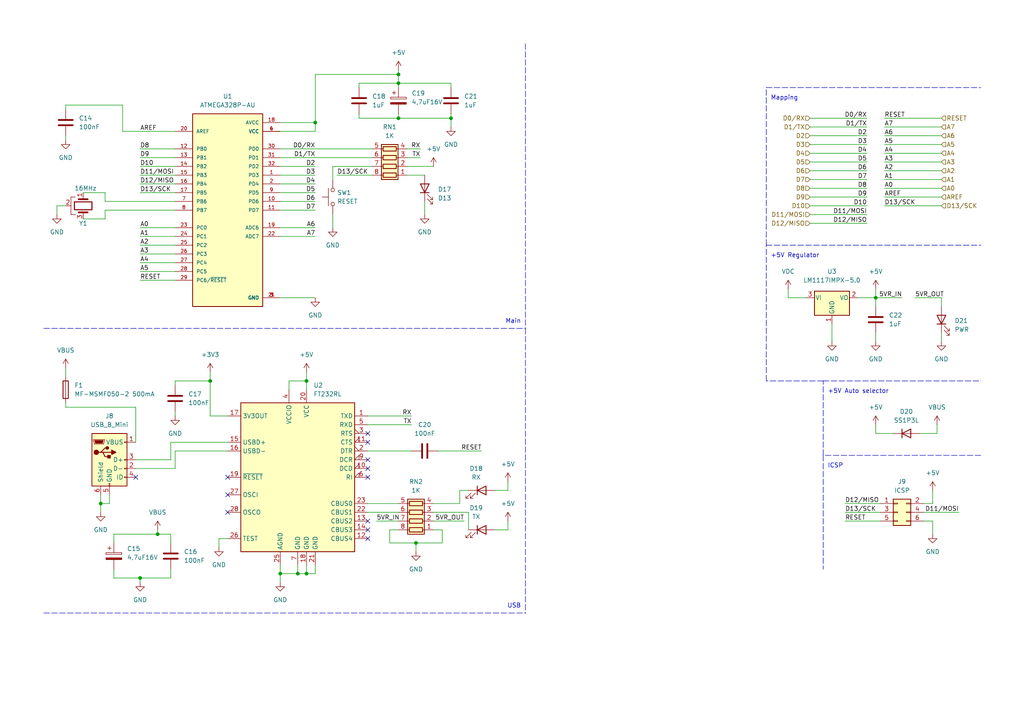
<source format=kicad_sch>
(kicad_sch (version 20211123) (generator eeschema)
  (paper "A4")
  (lib_symbols
    (symbol "Atmega232P_AU:ATMEGA328P-AU" (pin_names (offset 1.016))
      (property "Reference" "U" (at -10.1854 29.2608 0))
      (property "Value" "ATMEGA328P-AU" (at -10.16 -31.7754 0))
      (symbol "ATMEGA328P-AU_0_0"
        (rectangle (start -10.16 -27.94) (end 10.16 27.94) (stroke (width 0.254)) (fill (type background)))
        (pin bidirectional line (at 15.24 10.16 180) (length 5.08) (name "PD3") (number "1"))
        (pin bidirectional line (at 15.24 2.54 180) (length 5.08) (name "PD6") (number "10"))
        (pin bidirectional line (at 15.24 0 180) (length 5.08) (name "PD7") (number "11"))
        (pin bidirectional line (at -15.24 17.78 0) (length 5.08) (name "PB0") (number "12"))
        (pin bidirectional line (at -15.24 15.24 0) (length 5.08) (name "PB1") (number "13"))
        (pin bidirectional line (at -15.24 12.7 0) (length 5.08) (name "PB2") (number "14"))
        (pin bidirectional line (at -15.24 10.16 0) (length 5.08) (name "PB3") (number "15"))
        (pin bidirectional line (at -15.24 7.62 0) (length 5.08) (name "PB4") (number "16"))
        (pin bidirectional line (at -15.24 5.08 0) (length 5.08) (name "PB5") (number "17"))
        (pin power_in line (at 15.24 25.4 180) (length 5.08) (name "AVCC") (number "18"))
        (pin bidirectional line (at 15.24 -5.08 180) (length 5.08) (name "ADC6") (number "19"))
        (pin bidirectional line (at 15.24 7.62 180) (length 5.08) (name "PD4") (number "2"))
        (pin input line (at -15.24 22.86 0) (length 5.08) (name "AREF") (number "20"))
        (pin power_in line (at 15.24 -25.4 180) (length 5.08) (name "GND") (number "21"))
        (pin bidirectional line (at 15.24 -7.62 180) (length 5.08) (name "ADC7") (number "22"))
        (pin bidirectional line (at -15.24 -5.08 0) (length 5.08) (name "PC0") (number "23"))
        (pin bidirectional line (at -15.24 -7.62 0) (length 5.08) (name "PC1") (number "24"))
        (pin bidirectional line (at -15.24 -10.16 0) (length 5.08) (name "PC2") (number "25"))
        (pin bidirectional line (at -15.24 -12.7 0) (length 5.08) (name "PC3") (number "26"))
        (pin bidirectional line (at -15.24 -15.24 0) (length 5.08) (name "PC4") (number "27"))
        (pin bidirectional line (at -15.24 -17.78 0) (length 5.08) (name "PC5") (number "28"))
        (pin bidirectional line (at -15.24 -20.32 0) (length 5.08) (name "PC6/~{RESET}") (number "29"))
        (pin power_in line (at 15.24 -25.4 180) (length 5.08) (name "GND") (number "3"))
        (pin bidirectional line (at 15.24 17.78 180) (length 5.08) (name "PD0") (number "30"))
        (pin bidirectional line (at 15.24 15.24 180) (length 5.08) (name "PD1") (number "31"))
        (pin bidirectional line (at 15.24 12.7 180) (length 5.08) (name "PD2") (number "32"))
        (pin power_in line (at 15.24 22.86 180) (length 5.08) (name "VCC") (number "4"))
        (pin power_in line (at 15.24 -25.4 180) (length 5.08) (name "GND") (number "5"))
        (pin power_in line (at 15.24 22.86 180) (length 5.08) (name "VCC") (number "6"))
        (pin bidirectional line (at -15.24 2.54 0) (length 5.08) (name "PB6") (number "7"))
        (pin bidirectional line (at -15.24 0 0) (length 5.08) (name "PB7") (number "8"))
        (pin bidirectional line (at 15.24 5.08 180) (length 5.08) (name "PD5") (number "9"))
      )
    )
    (symbol "Connector:USB_B_Mini" (pin_names (offset 1.016))
      (property "Reference" "J" (at -5.08 11.43 0))
      (property "Value" "USB_B_Mini" (at -5.08 8.89 0))
      (symbol "USB_B_Mini_0_1"
        (rectangle (start -5.08 -7.62) (end 5.08 7.62) (stroke (width 0.254)) (fill (type background)))
        (circle (center -3.81 2.159) (radius 0.635) (stroke (width 0.254)) (fill (type outline)))
        (circle (center -0.635 3.429) (radius 0.381) (stroke (width 0.254)) (fill (type outline)))
        (rectangle (start -0.127 -7.62) (end 0.127 -6.858))
        (polyline (pts (xy -1.905 2.159) (xy 0.635 2.159)) (stroke (width 0.254)))
        (polyline (pts (xy -3.175 2.159) (xy -2.54 2.159) (xy -1.27 3.429) (xy -0.635 3.429)) (stroke (width 0.254)))
        (polyline (pts (xy -2.54 2.159) (xy -1.905 2.159) (xy -1.27 0.889) (xy 0 0.889)) (stroke (width 0.254)))
        (polyline (pts (xy 0.635 2.794) (xy 0.635 1.524) (xy 1.905 2.159) (xy 0.635 2.794)) (stroke (width 0.254)) (fill (type outline)))
        (polyline (pts (xy -4.318 5.588) (xy -1.778 5.588) (xy -2.032 4.826) (xy -4.064 4.826) (xy -4.318 5.588)) (fill (type outline)))
        (polyline (pts (xy -4.699 5.842) (xy -4.699 5.588) (xy -4.445 4.826) (xy -4.445 4.572) (xy -1.651 4.572) (xy -1.651 4.826) (xy -1.397 5.588) (xy -1.397 5.842) (xy -4.699 5.842)))
        (rectangle (start 0.254 1.27) (end -0.508 0.508) (stroke (width 0.254)) (fill (type outline)))
        (rectangle (start 5.08 -5.207) (end 4.318 -4.953))
        (rectangle (start 5.08 -2.667) (end 4.318 -2.413))
        (rectangle (start 5.08 -0.127) (end 4.318 0.127))
        (rectangle (start 5.08 4.953) (end 4.318 5.207))
      )
      (symbol "USB_B_Mini_1_1"
        (pin power_out line (at 7.62 5.08 180) (length 2.54) (name "VBUS") (number "1"))
        (pin bidirectional line (at 7.62 -2.54 180) (length 2.54) (name "D-") (number "2"))
        (pin bidirectional line (at 7.62 0 180) (length 2.54) (name "D+") (number "3"))
        (pin passive line (at 7.62 -5.08 180) (length 2.54) (name "ID") (number "4"))
        (pin power_out line (at 0 -10.16 90) (length 2.54) (name "GND") (number "5"))
        (pin passive line (at -2.54 -10.16 90) (length 2.54) (name "Shield") (number "6"))
      )
    )
    (symbol "Connector_Generic:Conn_02x03_Odd_Even" (pin_names (offset 1.016) hide)
      (property "Reference" "J" (at 1.27 5.08 0))
      (property "Value" "Conn_02x03_Odd_Even" (at 1.27 -5.08 0))
      (symbol "Conn_02x03_Odd_Even_1_1"
        (rectangle (start -1.27 -2.413) (end 0 -2.667) (stroke (width 0.1524)))
        (rectangle (start -1.27 0.127) (end 0 -0.127) (stroke (width 0.1524)))
        (rectangle (start -1.27 2.667) (end 0 2.413) (stroke (width 0.1524)))
        (rectangle (start -1.27 3.81) (end 3.81 -3.81) (stroke (width 0.254)) (fill (type background)))
        (rectangle (start 3.81 -2.413) (end 2.54 -2.667) (stroke (width 0.1524)))
        (rectangle (start 3.81 0.127) (end 2.54 -0.127) (stroke (width 0.1524)))
        (rectangle (start 3.81 2.667) (end 2.54 2.413) (stroke (width 0.1524)))
        (pin passive line (at -5.08 2.54 0) (length 3.81) (name "Pin_1") (number "1"))
        (pin passive line (at 7.62 2.54 180) (length 3.81) (name "Pin_2") (number "2"))
        (pin passive line (at -5.08 0 0) (length 3.81) (name "Pin_3") (number "3"))
        (pin passive line (at 7.62 0 180) (length 3.81) (name "Pin_4") (number "4"))
        (pin passive line (at -5.08 -2.54 0) (length 3.81) (name "Pin_5") (number "5"))
        (pin passive line (at 7.62 -2.54 180) (length 3.81) (name "Pin_6") (number "6"))
      )
    )
    (symbol "Device:C" (pin_numbers hide) (pin_names (offset 0.254))
      (property "Reference" "C" (at 0.635 2.54 0))
      (property "Value" "C" (at 0.635 -2.54 0))
      (symbol "C_0_1"
        (polyline (pts (xy -2.032 -0.762) (xy 2.032 -0.762)) (stroke (width 0.508)))
        (polyline (pts (xy -2.032 0.762) (xy 2.032 0.762)) (stroke (width 0.508)))
      )
      (symbol "C_1_1"
        (pin passive line (at 0 3.81 270) (length 2.794) (name "~") (number "1"))
        (pin passive line (at 0 -3.81 90) (length 2.794) (name "~") (number "2"))
      )
    )
    (symbol "Device:C_Polarized" (pin_numbers hide) (pin_names (offset 0.254))
      (property "Reference" "C" (at 0.635 2.54 0))
      (property "Value" "C_Polarized" (at 0.635 -2.54 0))
      (symbol "C_Polarized_0_1"
        (rectangle (start -2.286 0.508) (end 2.286 1.016))
        (polyline (pts (xy -1.778 2.286) (xy -0.762 2.286)))
        (polyline (pts (xy -1.27 2.794) (xy -1.27 1.778)))
        (rectangle (start 2.286 -0.508) (end -2.286 -1.016) (fill (type outline)))
      )
      (symbol "C_Polarized_1_1"
        (pin passive line (at 0 3.81 270) (length 2.794) (name "~") (number "1"))
        (pin passive line (at 0 -3.81 90) (length 2.794) (name "~") (number "2"))
      )
    )
    (symbol "Device:Crystal_GND2" (pin_names (offset 1.016) hide)
      (property "Reference" "Y" (at 0 5.715 0))
      (property "Value" "Crystal_GND2" (at 0 3.81 0))
      (symbol "Crystal_GND2_0_1"
        (rectangle (start -1.143 2.54) (end 1.143 -2.54) (stroke (width 0.3048)))
        (polyline (pts (xy -2.54 0) (xy -1.905 0)))
        (polyline (pts (xy -1.905 -1.27) (xy -1.905 1.27)) (stroke (width 0.508)))
        (polyline (pts (xy 0 -3.81) (xy 0 -3.556)))
        (polyline (pts (xy 1.905 0) (xy 2.54 0)))
        (polyline (pts (xy 1.905 1.27) (xy 1.905 -1.27)) (stroke (width 0.508)))
        (polyline (pts (xy -2.54 -2.286) (xy -2.54 -3.556) (xy 2.54 -3.556) (xy 2.54 -2.286)))
      )
      (symbol "Crystal_GND2_1_1"
        (pin passive line (at -3.81 0 0) (length 1.27) (name "1") (number "1"))
        (pin passive line (at 0 -5.08 90) (length 1.27) (name "2") (number "2"))
        (pin passive line (at 3.81 0 180) (length 1.27) (name "3") (number "3"))
      )
    )
    (symbol "Device:D" (pin_numbers hide) (pin_names (offset 1.016) hide)
      (property "Reference" "D" (at 0 2.54 0))
      (property "Value" "D" (at 0 -2.54 0))
      (symbol "D_0_1"
        (polyline (pts (xy -1.27 1.27) (xy -1.27 -1.27)) (stroke (width 0.254)))
        (polyline (pts (xy 1.27 0) (xy -1.27 0)))
        (polyline (pts (xy 1.27 1.27) (xy 1.27 -1.27) (xy -1.27 0) (xy 1.27 1.27)) (stroke (width 0.254)))
      )
      (symbol "D_1_1"
        (pin passive line (at -3.81 0 0) (length 2.54) (name "K") (number "1"))
        (pin passive line (at 3.81 0 180) (length 2.54) (name "A") (number "2"))
      )
    )
    (symbol "Device:Fuse" (pin_numbers hide) (pin_names (offset 0))
      (property "Reference" "F" (at 2.032 0 90))
      (property "Value" "Fuse" (at -1.905 0 90))
      (symbol "Fuse_0_1"
        (rectangle (start -0.762 -2.54) (end 0.762 2.54) (stroke (width 0.254)))
        (polyline (pts (xy 0 2.54) (xy 0 -2.54)))
      )
      (symbol "Fuse_1_1"
        (pin passive line (at 0 3.81 270) (length 1.27) (name "~") (number "1"))
        (pin passive line (at 0 -3.81 90) (length 1.27) (name "~") (number "2"))
      )
    )
    (symbol "Device:LED" (pin_numbers hide) (pin_names (offset 1.016) hide)
      (property "Reference" "D" (at 0 2.54 0))
      (property "Value" "LED" (at 0 -2.54 0))
      (symbol "LED_0_1"
        (polyline (pts (xy -1.27 -1.27) (xy -1.27 1.27)) (stroke (width 0.254)))
        (polyline (pts (xy -1.27 0) (xy 1.27 0)))
        (polyline (pts (xy 1.27 -1.27) (xy 1.27 1.27) (xy -1.27 0) (xy 1.27 -1.27)) (stroke (width 0.254)))
        (polyline (pts (xy -3.048 -0.762) (xy -4.572 -2.286) (xy -3.81 -2.286) (xy -4.572 -2.286) (xy -4.572 -1.524)))
        (polyline (pts (xy -1.778 -0.762) (xy -3.302 -2.286) (xy -2.54 -2.286) (xy -3.302 -2.286) (xy -3.302 -1.524)))
      )
      (symbol "LED_1_1"
        (pin passive line (at -3.81 0 0) (length 2.54) (name "K") (number "1"))
        (pin passive line (at 3.81 0 180) (length 2.54) (name "A") (number "2"))
      )
    )
    (symbol "Device:R_Pack04" (pin_names (offset 0) hide)
      (property "Reference" "RN" (at -7.62 0 90))
      (property "Value" "R_Pack04" (at 5.08 0 90))
      (symbol "R_Pack04_0_1"
        (rectangle (start -6.35 -2.413) (end 3.81 2.413) (stroke (width 0.254)) (fill (type background)))
        (rectangle (start -5.715 1.905) (end -4.445 -1.905) (stroke (width 0.254)))
        (rectangle (start -3.175 1.905) (end -1.905 -1.905) (stroke (width 0.254)))
        (rectangle (start -0.635 1.905) (end 0.635 -1.905) (stroke (width 0.254)))
        (polyline (pts (xy -5.08 -2.54) (xy -5.08 -1.905)))
        (polyline (pts (xy -5.08 1.905) (xy -5.08 2.54)))
        (polyline (pts (xy -2.54 -2.54) (xy -2.54 -1.905)))
        (polyline (pts (xy -2.54 1.905) (xy -2.54 2.54)))
        (polyline (pts (xy 0 -2.54) (xy 0 -1.905)))
        (polyline (pts (xy 0 1.905) (xy 0 2.54)))
        (polyline (pts (xy 2.54 -2.54) (xy 2.54 -1.905)))
        (polyline (pts (xy 2.54 1.905) (xy 2.54 2.54)))
        (rectangle (start 1.905 1.905) (end 3.175 -1.905) (stroke (width 0.254)))
      )
      (symbol "R_Pack04_1_1"
        (pin passive line (at -5.08 -5.08 90) (length 2.54) (name "R1.1") (number "1"))
        (pin passive line (at -2.54 -5.08 90) (length 2.54) (name "R2.1") (number "2"))
        (pin passive line (at 0 -5.08 90) (length 2.54) (name "R3.1") (number "3"))
        (pin passive line (at 2.54 -5.08 90) (length 2.54) (name "R4.1") (number "4"))
        (pin passive line (at 2.54 5.08 270) (length 2.54) (name "R4.2") (number "5"))
        (pin passive line (at 0 5.08 270) (length 2.54) (name "R3.2") (number "6"))
        (pin passive line (at -2.54 5.08 270) (length 2.54) (name "R2.2") (number "7"))
        (pin passive line (at -5.08 5.08 270) (length 2.54) (name "R1.2") (number "8"))
      )
    )
    (symbol "Interface_USB:FT232RL"
      (property "Reference" "U" (at -16.51 22.86 0))
      (property "Value" "FT232RL" (at 10.16 22.86 0))
      (symbol "FT232RL_0_1"
        (rectangle (start -16.51 21.59) (end 16.51 -21.59) (stroke (width 0.254)) (fill (type background)))
      )
      (symbol "FT232RL_1_1"
        (pin output line (at 20.32 17.78 180) (length 3.81) (name "TXD") (number "1"))
        (pin input input_low (at 20.32 2.54 180) (length 3.81) (name "DCD") (number "10"))
        (pin input input_low (at 20.32 10.16 180) (length 3.81) (name "CTS") (number "11"))
        (pin bidirectional line (at 20.32 -17.78 180) (length 3.81) (name "CBUS4") (number "12"))
        (pin bidirectional line (at 20.32 -12.7 180) (length 3.81) (name "CBUS2") (number "13"))
        (pin bidirectional line (at 20.32 -15.24 180) (length 3.81) (name "CBUS3") (number "14"))
        (pin bidirectional line (at -20.32 10.16 0) (length 3.81) (name "USBD+") (number "15"))
        (pin bidirectional line (at -20.32 7.62 0) (length 3.81) (name "USBD-") (number "16"))
        (pin power_out line (at -20.32 17.78 0) (length 3.81) (name "3V3OUT") (number "17"))
        (pin power_in line (at 2.54 -25.4 90) (length 3.81) (name "GND") (number "18"))
        (pin input line (at -20.32 0 0) (length 3.81) (name "~{RESET}") (number "19"))
        (pin output output_low (at 20.32 7.62 180) (length 3.81) (name "DTR") (number "2"))
        (pin power_in line (at 2.54 25.4 270) (length 3.81) (name "VCC") (number "20"))
        (pin power_in line (at 5.08 -25.4 90) (length 3.81) (name "GND") (number "21"))
        (pin bidirectional line (at 20.32 -10.16 180) (length 3.81) (name "CBUS1") (number "22"))
        (pin bidirectional line (at 20.32 -7.62 180) (length 3.81) (name "CBUS0") (number "23"))
        (pin power_in line (at -5.08 -25.4 90) (length 3.81) (name "AGND") (number "25"))
        (pin input line (at -20.32 -17.78 0) (length 3.81) (name "TEST") (number "26"))
        (pin input line (at -20.32 -5.08 0) (length 3.81) (name "OSCI") (number "27"))
        (pin output line (at -20.32 -10.16 0) (length 3.81) (name "OSCO") (number "28"))
        (pin output output_low (at 20.32 12.7 180) (length 3.81) (name "RTS") (number "3"))
        (pin power_in line (at -2.54 25.4 270) (length 3.81) (name "VCCIO") (number "4"))
        (pin input line (at 20.32 15.24 180) (length 3.81) (name "RXD") (number "5"))
        (pin input input_low (at 20.32 0 180) (length 3.81) (name "RI") (number "6"))
        (pin power_in line (at 0 -25.4 90) (length 3.81) (name "GND") (number "7"))
        (pin input input_low (at 20.32 5.08 180) (length 3.81) (name "DCR") (number "9"))
      )
    )
    (symbol "Regulator_Linear:LM1117-1.8" (pin_names (offset 0.254))
      (property "Reference" "U" (at -3.81 3.175 0))
      (property "Value" "LM1117-1.8" (at 0 3.175 0))
      (symbol "LM1117-1.8_0_1"
        (rectangle (start -5.08 -5.08) (end 5.08 1.905) (stroke (width 0.254)) (fill (type background)))
      )
      (symbol "LM1117-1.8_1_1"
        (pin power_in line (at 0 -7.62 90) (length 2.54) (name "GND") (number "1"))
        (pin power_out line (at 7.62 0 180) (length 2.54) (name "VO") (number "2"))
        (pin power_in line (at -7.62 0 0) (length 2.54) (name "VI") (number "3"))
      )
    )
    (symbol "Switch:SW_Push" (pin_numbers hide) (pin_names (offset 1.016) hide)
      (property "Reference" "SW" (at 1.27 2.54 0))
      (property "Value" "SW_Push" (at 0 -1.524 0))
      (symbol "SW_Push_0_1"
        (circle (center -2.032 0) (radius 0.508))
        (polyline (pts (xy 0 1.27) (xy 0 3.048)))
        (polyline (pts (xy 2.54 1.27) (xy -2.54 1.27)))
        (circle (center 2.032 0) (radius 0.508))
        (pin passive line (at -5.08 0 0) (length 2.54) (name "1") (number "1"))
        (pin passive line (at 5.08 0 180) (length 2.54) (name "2") (number "2"))
      )
    )
    (symbol "power:+3.3V" (power) (pin_names (offset 0))
      (property "Value" "+3.3V" (at 0 3.556 0))
      (symbol "+3.3V_0_1"
        (polyline (pts (xy -0.762 1.27) (xy 0 2.54)))
        (polyline (pts (xy 0 0) (xy 0 2.54)))
        (polyline (pts (xy 0 2.54) (xy 0.762 1.27)))
      )
      (symbol "+3.3V_1_1"
        (pin power_in line (at 0 0 90) (length 0) hide (name "+3V3") (number "1"))
      )
    )
    (symbol "power:+5V" (power) (pin_names (offset 0))
      (property "Value" "+5V" (at 0 3.556 0))
      (symbol "+5V_0_1"
        (polyline (pts (xy -0.762 1.27) (xy 0 2.54)))
        (polyline (pts (xy 0 0) (xy 0 2.54)))
        (polyline (pts (xy 0 2.54) (xy 0.762 1.27)))
      )
      (symbol "+5V_1_1"
        (pin power_in line (at 0 0 90) (length 0) hide (name "+5V") (number "1"))
      )
    )
    (symbol "power:GND" (power) (pin_names (offset 0))
      (property "Value" "GND" (at 0 -3.81 0))
      (symbol "GND_0_1"
        (polyline (pts (xy 0 0) (xy 0 -1.27) (xy 1.27 -1.27) (xy 0 -2.54) (xy -1.27 -1.27) (xy 0 -1.27)))
      )
      (symbol "GND_1_1"
        (pin power_in line (at 0 0 270) (length 0) hide (name "GND") (number "1"))
      )
    )
    (symbol "power:VBUS" (power) (pin_names (offset 0))
      (property "Value" "VBUS" (at 0 3.81 0))
      (symbol "VBUS_0_1"
        (polyline (pts (xy -0.762 1.27) (xy 0 2.54)))
        (polyline (pts (xy 0 0) (xy 0 2.54)))
        (polyline (pts (xy 0 2.54) (xy 0.762 1.27)))
      )
      (symbol "VBUS_1_1"
        (pin power_in line (at 0 0 90) (length 0) hide (name "VBUS") (number "1"))
      )
    )
    (symbol "power:VDC" (power) (pin_names (offset 0))
      (property "Value" "VDC" (at 0 6.35 0))
      (symbol "VDC_0_1"
        (polyline (pts (xy -0.762 1.27) (xy 0 2.54)))
        (polyline (pts (xy 0 0) (xy 0 2.54)))
        (polyline (pts (xy 0 2.54) (xy 0.762 1.27)))
      )
      (symbol "VDC_1_1"
        (pin power_in line (at 0 0 90) (length 0) hide (name "VDC") (number "1"))
      )
    )
  )
  (junction (at 120.65 157.48))
  (junction (at 81.28 166.37))
  (junction (at 45.72 154.94))
  (junction (at 40.64 167.64))
  (junction (at 91.44 35.56))
  (junction (at 254 86.36))
  (junction (at 115.57 34.29))
  (junction (at 115.57 21.59))
  (junction (at 130.81 34.29))
  (junction (at 29.21 146.05))
  (junction (at 88.9 166.37))
  (junction (at 86.36 166.37))
  (junction (at 60.96 110.49))
  (junction (at 115.57 24.13))
  (junction (at 88.9 110.49))
  (no_connect (at 106.68 133.35))
  (no_connect (at 39.37 138.43))
  (no_connect (at 106.68 138.43))
  (no_connect (at 66.04 138.43))
  (no_connect (at 106.68 151.13))
  (no_connect (at 106.68 135.89))
  (no_connect (at 106.68 153.67))
  (no_connect (at 106.68 156.21))
  (no_connect (at 106.68 128.27))
  (no_connect (at 66.04 143.51))
  (no_connect (at 66.04 148.59))
  (no_connect (at 106.68 125.73))
  (wire (pts (xy 81.28 48.26) (xy 91.44 48.26)))
  (wire (pts (xy 234.95 41.91) (xy 251.46 41.91)))
  (wire (pts (xy 256.54 41.91) (xy 273.05 41.91)))
  (wire (pts (xy 81.28 166.37) (xy 81.28 168.91)))
  (wire (pts (xy 39.37 128.27) (xy 39.37 118.11)))
  (wire (pts (xy 29.21 143.51) (xy 29.21 146.05)))
  (polyline (pts (xy 238.76 132.08) (xy 238.76 165.1)))
  (wire (pts (xy 271.78 125.73) (xy 266.7 125.73)))
  (wire (pts (xy 256.54 59.69) (xy 273.05 59.69)))
  (wire (pts (xy 115.57 20.32) (xy 115.57 21.59)))
  (wire (pts (xy 254 125.73) (xy 259.08 125.73)))
  (wire (pts (xy 50.8 110.49) (xy 60.96 110.49)))
  (wire (pts (xy 256.54 44.45) (xy 273.05 44.45)))
  (wire (pts (xy 49.53 128.27) (xy 49.53 133.35)))
  (wire (pts (xy 45.72 154.94) (xy 49.53 154.94)))
  (wire (pts (xy 234.95 64.77) (xy 251.46 64.77)))
  (wire (pts (xy 256.54 52.07) (xy 273.05 52.07)))
  (wire (pts (xy 35.56 38.1) (xy 35.56 30.48)))
  (wire (pts (xy 267.97 148.59) (xy 278.13 148.59)))
  (wire (pts (xy 81.28 50.8) (xy 91.44 50.8)))
  (wire (pts (xy 86.36 163.83) (xy 86.36 166.37)))
  (wire (pts (xy 40.64 48.26) (xy 50.8 48.26)))
  (polyline (pts (xy 222.25 71.12) (xy 222.25 25.4)))
  (wire (pts (xy 256.54 39.37) (xy 273.05 39.37)))
  (wire (pts (xy 143.51 142.24) (xy 147.32 142.24)))
  (wire (pts (xy 40.64 81.28) (xy 50.8 81.28)))
  (wire (pts (xy 130.81 36.83) (xy 130.81 34.29)))
  (wire (pts (xy 106.68 146.05) (xy 115.57 146.05)))
  (polyline (pts (xy 152.4 12.7) (xy 152.4 95.25)))
  (polyline (pts (xy 12.7 177.8) (xy 152.4 177.8)))
  (wire (pts (xy 127 130.81) (xy 139.7 130.81)))
  (wire (pts (xy 91.44 35.56) (xy 91.44 38.1)))
  (wire (pts (xy 254 86.36) (xy 261.62 86.36)))
  (wire (pts (xy 248.92 86.36) (xy 254 86.36)))
  (wire (pts (xy 81.28 163.83) (xy 81.28 166.37)))
  (wire (pts (xy 270.51 151.13) (xy 270.51 154.94)))
  (wire (pts (xy 24.13 55.88) (xy 30.48 55.88)))
  (wire (pts (xy 30.48 63.5) (xy 30.48 60.96)))
  (wire (pts (xy 254 83.82) (xy 254 86.36)))
  (wire (pts (xy 133.35 142.24) (xy 135.89 142.24)))
  (wire (pts (xy 234.95 44.45) (xy 251.46 44.45)))
  (wire (pts (xy 24.13 63.5) (xy 30.48 63.5)))
  (wire (pts (xy 143.51 153.67) (xy 147.32 153.67)))
  (wire (pts (xy 118.11 45.72) (xy 121.92 45.72)))
  (wire (pts (xy 273.05 96.52) (xy 273.05 99.06)))
  (wire (pts (xy 81.28 68.58) (xy 91.44 68.58)))
  (wire (pts (xy 113.03 153.67) (xy 113.03 157.48)))
  (wire (pts (xy 88.9 110.49) (xy 88.9 113.03)))
  (wire (pts (xy 245.11 148.59) (xy 255.27 148.59)))
  (wire (pts (xy 228.6 86.36) (xy 233.68 86.36)))
  (wire (pts (xy 19.05 31.75) (xy 19.05 30.48)))
  (wire (pts (xy 234.95 36.83) (xy 251.46 36.83)))
  (wire (pts (xy 60.96 107.95) (xy 60.96 110.49)))
  (wire (pts (xy 256.54 46.99) (xy 273.05 46.99)))
  (polyline (pts (xy 12.7 95.25) (xy 152.4 95.25)))
  (wire (pts (xy 49.53 167.64) (xy 40.64 167.64)))
  (wire (pts (xy 49.53 154.94) (xy 49.53 157.48)))
  (polyline (pts (xy 238.76 110.49) (xy 222.25 110.49)))
  (wire (pts (xy 81.28 60.96) (xy 91.44 60.96)))
  (wire (pts (xy 63.5 156.21) (xy 66.04 156.21)))
  (wire (pts (xy 49.53 165.1) (xy 49.53 167.64)))
  (wire (pts (xy 88.9 166.37) (xy 88.9 163.83)))
  (wire (pts (xy 81.28 66.04) (xy 91.44 66.04)))
  (polyline (pts (xy 152.4 95.25) (xy 152.4 177.8)))
  (wire (pts (xy 115.57 153.67) (xy 113.03 153.67)))
  (wire (pts (xy 30.48 60.96) (xy 50.8 60.96)))
  (wire (pts (xy 115.57 24.13) (xy 130.81 24.13)))
  (wire (pts (xy 96.52 62.23) (xy 96.52 66.04)))
  (wire (pts (xy 256.54 49.53) (xy 273.05 49.53)))
  (wire (pts (xy 245.11 151.13) (xy 255.27 151.13)))
  (wire (pts (xy 104.14 24.13) (xy 115.57 24.13)))
  (wire (pts (xy 66.04 130.81) (xy 50.8 130.81)))
  (wire (pts (xy 40.64 167.64) (xy 33.02 167.64)))
  (wire (pts (xy 91.44 163.83) (xy 91.44 166.37)))
  (wire (pts (xy 118.11 48.26) (xy 125.73 48.26)))
  (wire (pts (xy 104.14 33.02) (xy 104.14 34.29)))
  (wire (pts (xy 50.8 119.38) (xy 50.8 120.65)))
  (wire (pts (xy 40.64 73.66) (xy 50.8 73.66)))
  (wire (pts (xy 234.95 34.29) (xy 251.46 34.29)))
  (wire (pts (xy 40.64 78.74) (xy 50.8 78.74)))
  (wire (pts (xy 147.32 151.13) (xy 147.32 153.67)))
  (wire (pts (xy 147.32 139.7) (xy 147.32 142.24)))
  (wire (pts (xy 256.54 34.29) (xy 273.05 34.29)))
  (wire (pts (xy 81.28 55.88) (xy 91.44 55.88)))
  (wire (pts (xy 88.9 107.95) (xy 88.9 110.49)))
  (wire (pts (xy 109.22 151.13) (xy 115.57 151.13)))
  (wire (pts (xy 81.28 45.72) (xy 107.95 45.72)))
  (polyline (pts (xy 222.25 25.4) (xy 284.48 25.4)))
  (wire (pts (xy 31.75 146.05) (xy 31.75 143.51)))
  (wire (pts (xy 40.64 68.58) (xy 50.8 68.58)))
  (wire (pts (xy 45.72 153.67) (xy 45.72 154.94)))
  (wire (pts (xy 106.68 148.59) (xy 115.57 148.59)))
  (wire (pts (xy 228.6 83.82) (xy 228.6 86.36)))
  (wire (pts (xy 107.95 48.26) (xy 96.52 48.26)))
  (wire (pts (xy 63.5 158.75) (xy 63.5 156.21)))
  (wire (pts (xy 91.44 21.59) (xy 115.57 21.59)))
  (wire (pts (xy 115.57 33.02) (xy 115.57 34.29)))
  (wire (pts (xy 267.97 146.05) (xy 270.51 146.05)))
  (wire (pts (xy 81.28 58.42) (xy 91.44 58.42)))
  (wire (pts (xy 33.02 157.48) (xy 33.02 154.94)))
  (wire (pts (xy 273.05 86.36) (xy 273.05 88.9)))
  (wire (pts (xy 128.27 153.67) (xy 125.73 153.67)))
  (wire (pts (xy 245.11 146.05) (xy 255.27 146.05)))
  (wire (pts (xy 19.05 118.11) (xy 19.05 116.84)))
  (polyline (pts (xy 238.76 110.49) (xy 284.48 110.49)))
  (wire (pts (xy 265.43 86.36) (xy 273.05 86.36)))
  (polyline (pts (xy 222.25 110.49) (xy 222.25 71.12)))
  (wire (pts (xy 30.48 55.88) (xy 30.48 58.42)))
  (wire (pts (xy 40.64 66.04) (xy 50.8 66.04)))
  (wire (pts (xy 125.73 148.59) (xy 135.89 148.59)))
  (wire (pts (xy 256.54 54.61) (xy 273.05 54.61)))
  (wire (pts (xy 83.82 113.03) (xy 83.82 110.49)))
  (wire (pts (xy 256.54 36.83) (xy 273.05 36.83)))
  (wire (pts (xy 130.81 24.13) (xy 130.81 25.4)))
  (wire (pts (xy 81.28 166.37) (xy 86.36 166.37)))
  (wire (pts (xy 60.96 120.65) (xy 66.04 120.65)))
  (wire (pts (xy 120.65 157.48) (xy 128.27 157.48)))
  (wire (pts (xy 106.68 123.19) (xy 119.38 123.19)))
  (wire (pts (xy 19.05 106.68) (xy 19.05 109.22)))
  (wire (pts (xy 133.35 146.05) (xy 133.35 142.24)))
  (wire (pts (xy 50.8 135.89) (xy 39.37 135.89)))
  (wire (pts (xy 115.57 34.29) (xy 104.14 34.29)))
  (wire (pts (xy 270.51 142.24) (xy 270.51 146.05)))
  (wire (pts (xy 123.19 58.42) (xy 123.19 62.23)))
  (wire (pts (xy 241.3 93.98) (xy 241.3 99.06)))
  (polyline (pts (xy 222.25 71.12) (xy 284.48 71.12)))
  (wire (pts (xy 234.95 57.15) (xy 251.46 57.15)))
  (wire (pts (xy 91.44 21.59) (xy 91.44 35.56)))
  (wire (pts (xy 118.11 50.8) (xy 123.19 50.8)))
  (wire (pts (xy 83.82 110.49) (xy 88.9 110.49)))
  (wire (pts (xy 35.56 38.1) (xy 50.8 38.1)))
  (wire (pts (xy 106.68 120.65) (xy 119.38 120.65)))
  (wire (pts (xy 104.14 25.4) (xy 104.14 24.13)))
  (wire (pts (xy 86.36 166.37) (xy 88.9 166.37)))
  (wire (pts (xy 40.64 45.72) (xy 50.8 45.72)))
  (wire (pts (xy 106.68 130.81) (xy 119.38 130.81)))
  (wire (pts (xy 40.64 55.88) (xy 50.8 55.88)))
  (wire (pts (xy 125.73 146.05) (xy 133.35 146.05)))
  (wire (pts (xy 40.64 71.12) (xy 50.8 71.12)))
  (wire (pts (xy 19.05 30.48) (xy 35.56 30.48)))
  (wire (pts (xy 115.57 24.13) (xy 115.57 25.4)))
  (wire (pts (xy 234.95 52.07) (xy 251.46 52.07)))
  (wire (pts (xy 19.05 39.37) (xy 19.05 40.64)))
  (wire (pts (xy 29.21 146.05) (xy 31.75 146.05)))
  (wire (pts (xy 50.8 130.81) (xy 50.8 135.89)))
  (wire (pts (xy 115.57 21.59) (xy 115.57 24.13)))
  (wire (pts (xy 40.64 167.64) (xy 40.64 168.91)))
  (wire (pts (xy 50.8 111.76) (xy 50.8 110.49)))
  (wire (pts (xy 118.11 43.18) (xy 121.92 43.18)))
  (wire (pts (xy 271.78 123.19) (xy 271.78 125.73)))
  (wire (pts (xy 19.05 59.69) (xy 16.51 59.69)))
  (wire (pts (xy 39.37 118.11) (xy 19.05 118.11)))
  (wire (pts (xy 254 96.52) (xy 254 99.06)))
  (wire (pts (xy 234.95 46.99) (xy 251.46 46.99)))
  (wire (pts (xy 135.89 148.59) (xy 135.89 153.67)))
  (wire (pts (xy 234.95 62.23) (xy 251.46 62.23)))
  (polyline (pts (xy 238.76 132.08) (xy 238.76 110.49)))
  (wire (pts (xy 113.03 157.48) (xy 120.65 157.48)))
  (wire (pts (xy 128.27 157.48) (xy 128.27 153.67)))
  (wire (pts (xy 96.52 48.26) (xy 96.52 52.07)))
  (wire (pts (xy 60.96 110.49) (xy 60.96 120.65)))
  (wire (pts (xy 81.28 43.18) (xy 107.95 43.18)))
  (wire (pts (xy 81.28 53.34) (xy 91.44 53.34)))
  (wire (pts (xy 81.28 86.36) (xy 91.44 86.36)))
  (wire (pts (xy 234.95 49.53) (xy 251.46 49.53)))
  (polyline (pts (xy 284.48 132.08) (xy 238.76 132.08)))
  (wire (pts (xy 97.79 50.8) (xy 107.95 50.8)))
  (wire (pts (xy 256.54 57.15) (xy 273.05 57.15)))
  (wire (pts (xy 33.02 154.94) (xy 45.72 154.94)))
  (wire (pts (xy 40.64 50.8) (xy 50.8 50.8)))
  (wire (pts (xy 254 123.19) (xy 254 125.73)))
  (wire (pts (xy 16.51 59.69) (xy 16.51 62.23)))
  (wire (pts (xy 234.95 39.37) (xy 251.46 39.37)))
  (wire (pts (xy 91.44 166.37) (xy 88.9 166.37)))
  (wire (pts (xy 267.97 151.13) (xy 270.51 151.13)))
  (wire (pts (xy 30.48 58.42) (xy 50.8 58.42)))
  (wire (pts (xy 120.65 157.48) (xy 120.65 160.02)))
  (wire (pts (xy 66.04 128.27) (xy 49.53 128.27)))
  (wire (pts (xy 40.64 43.18) (xy 50.8 43.18)))
  (wire (pts (xy 134.62 151.13) (xy 125.73 151.13)))
  (wire (pts (xy 254 86.36) (xy 254 88.9)))
  (wire (pts (xy 29.21 146.05) (xy 29.21 148.59)))
  (wire (pts (xy 81.28 38.1) (xy 91.44 38.1)))
  (wire (pts (xy 33.02 167.64) (xy 33.02 165.1)))
  (wire (pts (xy 115.57 34.29) (xy 130.81 34.29)))
  (wire (pts (xy 49.53 133.35) (xy 39.37 133.35)))
  (wire (pts (xy 234.95 59.69) (xy 251.46 59.69)))
  (wire (pts (xy 130.81 34.29) (xy 130.81 33.02)))
  (wire (pts (xy 40.64 53.34) (xy 50.8 53.34)))
  (wire (pts (xy 81.28 35.56) (xy 91.44 35.56)))
  (wire (pts (xy 40.64 76.2) (xy 50.8 76.2)))
  (wire (pts (xy 234.95 54.61) (xy 251.46 54.61)))
  (text "ICSP" (at 240.03 135.89 0) (effects (font (size 1.27 1.27)) (justify left bottom)))
  (text "Main" (at 151.13 93.98 180) (effects (font (size 1.27 1.27)) (justify right bottom)))
  (text "+5V Regulator" (at 223.52 74.93 0) (effects (font (size 1.27 1.27)) (justify left bottom)))
  (text "USB" (at 151.13 176.53 180) (effects (font (size 1.27 1.27)) (justify right bottom)))
  (text "Mapping" (at 223.52 29.21 0) (effects (font (size 1.27 1.27)) (justify left bottom)))
  (text "+5V Auto selector\n" (at 257.81 114.3 180) (effects (font (size 1.27 1.27)) (justify right bottom)))
  (label "D11{slash}MOSI" (at 278.13 148.59 180))
  (label "A5" (at 256.54 41.91 0))
  (label "A3" (at 256.54 46.99 0))
  (label "D5" (at 251.46 46.99 180))
  (label "RX" (at 121.92 43.18 180))
  (label "A7" (at 91.44 68.58 180))
  (label "A4" (at 256.54 44.45 0))
  (label "D11{slash}MOSI" (at 40.64 50.8 0))
  (label "D3" (at 251.46 41.91 180))
  (label "A1" (at 256.54 52.07 0))
  (label "D10" (at 40.64 48.26 0))
  (label "TX" (at 121.92 45.72 180))
  (label "5VR_IN" (at 109.22 151.13 0))
  (label "D6" (at 251.46 49.53 180))
  (label "D11{slash}MOSI" (at 251.46 62.23 180))
  (label "D5" (at 91.44 55.88 180))
  (label "D2" (at 251.46 39.37 180))
  (label "D9" (at 251.46 57.15 180))
  (label "A0" (at 40.64 66.04 0))
  (label "A1" (at 40.64 68.58 0))
  (label "A5" (at 40.64 78.74 0))
  (label "D0{slash}RX" (at 251.46 34.29 180))
  (label "RESET" (at 139.7 130.81 180))
  (label "RESET" (at 256.54 34.29 0))
  (label "A3" (at 40.64 73.66 0))
  (label "AREF" (at 256.54 57.15 0))
  (label "RESET" (at 40.64 81.28 0))
  (label "A2" (at 256.54 49.53 0))
  (label "D6" (at 91.44 58.42 180))
  (label "D7" (at 251.46 52.07 180))
  (label "D4" (at 91.44 53.34 180))
  (label "A4" (at 40.64 76.2 0))
  (label "D3" (at 91.44 50.8 180))
  (label "D9" (at 40.64 45.72 0))
  (label "D0{slash}RX" (at 91.44 43.18 180))
  (label "D8" (at 251.46 54.61 180))
  (label "TX" (at 119.38 123.19 180))
  (label "5VR_IN" (at 261.62 86.36 180))
  (label "D13{slash}SCK" (at 256.54 59.69 0))
  (label "A6" (at 256.54 39.37 0))
  (label "A7" (at 256.54 36.83 0))
  (label "5VR_OUT" (at 265.43 86.36 0))
  (label "D1{slash}TX" (at 251.46 36.83 180))
  (label "A2" (at 40.64 71.12 0))
  (label "D1{slash}TX" (at 91.44 45.72 180))
  (label "D13{slash}SCK" (at 97.79 50.8 0))
  (label "RX" (at 119.38 120.65 180))
  (label "A0" (at 256.54 54.61 0))
  (label "D13{slash}SCK" (at 40.64 55.88 0))
  (label "D12{slash}MISO" (at 40.64 53.34 0))
  (label "D13{slash}SCK" (at 245.11 148.59 0))
  (label "5VR_OUT" (at 134.62 151.13 180))
  (label "D8" (at 40.64 43.18 0))
  (label "AREF" (at 40.64 38.1 0))
  (label "D10" (at 251.46 59.69 180))
  (label "D12{slash}MISO" (at 251.46 64.77 180))
  (label "RESET" (at 245.11 151.13 0))
  (label "A6" (at 91.44 66.04 180))
  (label "D4" (at 251.46 44.45 180))
  (label "D7" (at 91.44 60.96 180))
  (label "D2" (at 91.44 48.26 180))
  (label "D12{slash}MISO" (at 245.11 146.05 0))
  (hierarchical_label "A7" (shape input) (at 273.05 36.83 0))
  (hierarchical_label "D9" (shape input) (at 234.95 57.15 180))
  (hierarchical_label "D2" (shape input) (at 234.95 39.37 180))
  (hierarchical_label "D5" (shape input) (at 234.95 46.99 180))
  (hierarchical_label "D4" (shape input) (at 234.95 44.45 180))
  (hierarchical_label "D13{slash}SCK" (shape input) (at 273.05 59.69 0))
  (hierarchical_label "A1" (shape input) (at 273.05 52.07 0))
  (hierarchical_label "A5" (shape input) (at 273.05 41.91 0))
  (hierarchical_label "D6" (shape input) (at 234.95 49.53 180))
  (hierarchical_label "D3" (shape input) (at 234.95 41.91 180))
  (hierarchical_label "D8" (shape input) (at 234.95 54.61 180))
  (hierarchical_label "D11{slash}MOSI" (shape input) (at 234.95 62.23 180))
  (hierarchical_label "AREF" (shape input) (at 273.05 57.15 0))
  (hierarchical_label "D1{slash}TX" (shape input) (at 234.95 36.83 180))
  (hierarchical_label "A0" (shape input) (at 273.05 54.61 0))
  (hierarchical_label "D12{slash}MISO" (shape input) (at 234.95 64.77 180))
  (hierarchical_label "A3" (shape input) (at 273.05 46.99 0))
  (hierarchical_label "D10" (shape input) (at 234.95 59.69 180))
  (hierarchical_label "A6" (shape input) (at 273.05 39.37 0))
  (hierarchical_label "D7" (shape input) (at 234.95 52.07 180))
  (hierarchical_label "D0{slash}RX" (shape input) (at 234.95 34.29 180))
  (hierarchical_label "A2" (shape input) (at 273.05 49.53 0))
  (hierarchical_label "RESET" (shape input) (at 273.05 34.29 0))
  (hierarchical_label "A4" (shape input) (at 273.05 44.45 0))
  (symbol (lib_id "power:GND") (at 29.21 148.59 0) (unit 1)
    (property "Reference" "#PWR050" (effects hide))
    (property "Value" "GND" (at 29.21 153.67 0))
  )
  (symbol (lib_id "Device:D") (at 262.89 125.73 0) (unit 1)
    (property "Reference" "D20" (at 262.89 119.38 0))
    (property "Value" "SS1P3L" (at 262.89 121.92 0))
  )
  (symbol (lib_id "Device:LED") (at 139.7 153.67 0) (unit 1)
    (property "Reference" "D19" (at 138.1125 147.32 0))
    (property "Value" "TX" (at 138.1125 149.86 0))
    (property "Footprint" "LED_SMD:LED_1206_3216Metric_Pad1.42x1.75mm_HandSolder" (effects hide))
  )
  (symbol (lib_id "power:GND") (at 91.44 86.36 0) (unit 1)
    (property "Reference" "#PWR058" (effects hide))
    (property "Value" "GND" (at 91.44 91.44 0))
  )
  (symbol (lib_id "Device:C") (at 123.19 130.81 90) (unit 1)
    (property "Reference" "C20" (at 123.19 123.19 90))
    (property "Value" "100nF" (at 123.19 125.73 90))
    (property "Footprint" "Capacitor_SMD:C_0805_2012Metric_Pad1.18x1.45mm_HandSolder" (effects hide))
  )
  (symbol (lib_id "power:GND") (at 19.05 40.64 0) (unit 1)
    (property "Reference" "#PWR048" (effects hide))
    (property "Value" "GND" (at 19.05 45.72 0))
  )
  (symbol (lib_id "power:GND") (at 50.8 120.65 0) (unit 1)
    (property "Reference" "#PWR053" (effects hide))
    (property "Value" "GND" (at 50.8 125.73 0))
  )
  (symbol (lib_id "power:GND") (at 270.51 154.94 0) (unit 1)
    (property "Reference" "#PWR073" (effects hide))
    (property "Value" "GND" (at 270.51 160.02 0))
  )
  (symbol (lib_id "Device:C_Polarized") (at 115.57 29.21 0) (unit 1)
    (property "Reference" "C19" (at 119.38 27.0509 0) (effects (justify left)))
    (property "Value" "4,7uF16V" (at 119.38 29.5909 0) (effects (justify left)))
    (property "Footprint" "Capacitor_SMD:C_0805_2012Metric_Pad1.18x1.45mm_HandSolder" (effects hide))
  )
  (symbol (lib_id "Device:LED") (at 123.19 54.61 90) (unit 1)
    (property "Reference" "D17" (at 127 54.9274 90) (effects (justify right)))
    (property "Value" "D13" (at 127 57.4674 90) (effects (justify right)))
    (property "Footprint" "LED_SMD:LED_1206_3216Metric_Pad1.42x1.75mm_HandSolder" (effects hide))
  )
  (symbol (lib_id "Device:C") (at 49.53 161.29 0) (unit 1)
    (property "Reference" "C16" (at 53.34 160.0199 0) (effects (justify left)))
    (property "Value" "100nF" (at 53.34 162.5599 0) (effects (justify left)))
    (property "Footprint" "Capacitor_SMD:C_0805_2012Metric_Pad1.18x1.45mm_HandSolder" (effects hide))
  )
  (symbol (lib_id "power:+5V") (at 147.32 151.13 0) (unit 1)
    (property "Reference" "#PWR066" (effects hide))
    (property "Value" "+5V" (at 147.32 146.05 0))
  )
  (symbol (lib_id "power:GND") (at 241.3 99.06 0) (unit 1)
    (property "Reference" "#PWR068" (effects hide))
    (property "Value" "GND" (at 241.3 104.14 0))
  )
  (symbol (lib_id "power:VDC") (at 228.6 83.82 0) (unit 1)
    (property "Reference" "#PWR067" (effects hide))
    (property "Value" "VDC" (at 228.6 78.74 0))
  )
  (symbol (lib_id "power:VBUS") (at 19.05 106.68 0) (unit 1)
    (property "Reference" "#PWR049" (effects hide))
    (property "Value" "VBUS" (at 19.05 101.6 0))
  )
  (symbol (lib_id "power:GND") (at 81.28 168.91 0) (unit 1)
    (property "Reference" "#PWR056" (effects hide))
    (property "Value" "GND" (at 81.28 173.99 0))
  )
  (symbol (lib_id "Device:C") (at 254 92.71 0) (unit 1)
    (property "Reference" "C22" (at 257.81 91.4399 0) (effects (justify left)))
    (property "Value" "1uF" (at 257.81 93.9799 0) (effects (justify left)))
    (property "Footprint" "Capacitor_SMD:C_0805_2012Metric_Pad1.18x1.45mm_HandSolder" (effects hide))
  )
  (symbol (lib_id "power:GND") (at 123.19 62.23 0) (unit 1)
    (property "Reference" "#PWR062" (effects hide))
    (property "Value" "GND" (at 123.19 67.31 0))
  )
  (symbol (lib_id "Connector_Generic:Conn_02x03_Odd_Even") (at 260.35 148.59 0) (unit 1)
    (property "Reference" "J9" (at 261.62 139.7 0))
    (property "Value" "ICSP" (at 261.62 142.24 0))
  )
  (symbol (lib_id "Device:C") (at 104.14 29.21 0) (unit 1)
    (property "Reference" "C18" (at 107.95 27.9399 0) (effects (justify left)))
    (property "Value" "1uF" (at 107.95 30.4799 0) (effects (justify left)))
    (property "Footprint" "Capacitor_SMD:C_0805_2012Metric_Pad1.18x1.45mm_HandSolder" (effects hide))
  )
  (symbol (lib_id "Device:Fuse") (at 19.05 113.03 0) (unit 1)
    (property "Reference" "F1" (at 21.59 111.7599 0) (effects (justify left)))
    (property "Value" "MF-MSMF050-2 500mA" (at 21.59 114.2999 0) (effects (justify left)))
  )
  (symbol (lib_id "power:GND") (at 96.52 66.04 0) (unit 1)
    (property "Reference" "#PWR059" (effects hide))
    (property "Value" "GND" (at 96.52 71.12 0))
  )
  (symbol (lib_id "Connector:USB_B_Mini") (at 31.75 133.35 0) (unit 1)
    (property "Reference" "J8" (at 31.75 120.65 0))
    (property "Value" "USB_B_Mini" (at 31.75 123.19 0))
  )
  (symbol (lib_id "Device:R_Pack04") (at 113.03 45.72 90) (unit 1)
    (property "Reference" "RN1" (at 113.03 36.83 90))
    (property "Value" "1K" (at 113.03 39.37 90))
  )
  (symbol (lib_id "Device:C_Polarized") (at 33.02 161.29 0) (unit 1)
    (property "Reference" "C15" (at 36.83 159.1309 0) (effects (justify left)))
    (property "Value" "4,7uF16V" (at 36.83 161.6709 0) (effects (justify left)))
    (property "Footprint" "Capacitor_SMD:C_0805_2012Metric_Pad1.18x1.45mm_HandSolder" (effects hide))
  )
  (symbol (lib_id "power:GND") (at 16.51 62.23 0) (unit 1)
    (property "Reference" "#PWR047" (effects hide))
    (property "Value" "GND" (at 16.51 67.31 0))
  )
  (symbol (lib_id "Device:C") (at 19.05 35.56 0) (unit 1)
    (property "Reference" "C14" (at 22.86 34.2899 0) (effects (justify left)))
    (property "Value" "100nF" (at 22.86 36.8299 0) (effects (justify left)))
    (property "Footprint" "Capacitor_SMD:C_0805_2012Metric_Pad1.18x1.45mm_HandSolder" (effects hide))
  )
  (symbol (lib_id "power:+5V") (at 115.57 20.32 0) (unit 1)
    (property "Reference" "#PWR060" (effects hide))
    (property "Value" "+5V" (at 115.57 15.24 0))
  )
  (symbol (lib_id "Interface_USB:FT232RL") (at 86.36 138.43 0) (unit 1)
    (property "Reference" "U2" (at 90.9194 111.76 0) (effects (justify left)))
    (property "Value" "FT232RL" (at 90.9194 114.3 0) (effects (justify left)))
    (property "Footprint" "Package_SO:SSOP-28_5.3x10.2mm_P0.65mm" (effects hide))
    (property "Datasheet" "https://www.ftdichip.com/Support/Documents/DataSheets/ICs/DS_FT232R.pdf" (effects hide))
  )
  (symbol (lib_id "power:+5V") (at 254 83.82 0) (unit 1)
    (property "Reference" "#PWR069" (effects hide))
    (property "Value" "+5V" (at 254 78.74 0))
  )
  (symbol (lib_id "power:VBUS") (at 45.72 153.67 0) (unit 1)
    (property "Reference" "#PWR052" (effects hide))
    (property "Value" "VBUS" (at 45.72 148.59 0))
  )
  (symbol (lib_id "power:VBUS") (at 271.78 123.19 0) (unit 1)
    (property "Reference" "#PWR074" (effects hide))
    (property "Value" "VBUS" (at 271.78 118.11 0))
  )
  (symbol (lib_id "power:+5V") (at 254 123.19 0) (unit 1)
    (property "Reference" "#PWR071" (effects hide))
    (property "Value" "+5V" (at 254 118.11 0))
  )
  (symbol (lib_id "power:GND") (at 273.05 99.06 0) (unit 1)
    (property "Reference" "#PWR075" (effects hide))
    (property "Value" "GND" (at 273.05 104.14 0))
  )
  (symbol (lib_id "power:+3.3V") (at 60.96 107.95 0) (unit 1)
    (property "Reference" "#PWR054" (effects hide))
    (property "Value" "+3.3V" (at 60.96 102.87 0))
  )
  (symbol (lib_id "power:+5V") (at 125.73 48.26 0) (unit 1)
    (property "Reference" "#PWR063" (effects hide))
    (property "Value" "+5V" (at 125.73 43.18 0))
  )
  (symbol (lib_id "Device:R_Pack04") (at 120.65 148.59 90) (unit 1)
    (property "Reference" "RN2" (at 120.65 139.7 90))
    (property "Value" "1K" (at 120.65 142.24 90))
  )
  (symbol (lib_id "power:GND") (at 254 99.06 0) (unit 1)
    (property "Reference" "#PWR070" (effects hide))
    (property "Value" "GND" (at 254 104.14 0))
  )
  (symbol (lib_id "Device:Crystal_GND2") (at 24.13 59.69 270) (unit 1)
    (property "Reference" "Y1" (at 22.86 64.77 90) (effects (justify left)))
    (property "Value" "16MHz" (at 21.59 54.61 90) (effects (justify left)))
  )
  (symbol (lib_id "power:GND") (at 40.64 168.91 0) (unit 1)
    (property "Reference" "#PWR051" (effects hide))
    (property "Value" "GND" (at 40.64 173.99 0))
  )
  (symbol (lib_id "power:+5V") (at 147.32 139.7 0) (unit 1)
    (property "Reference" "#PWR065" (effects hide))
    (property "Value" "+5V" (at 147.32 134.62 0))
  )
  (symbol (lib_id "Device:LED") (at 273.05 92.71 90) (unit 1)
    (property "Reference" "D21" (at 276.86 93.0274 90) (effects (justify right)))
    (property "Value" "PWR" (at 276.86 95.5674 90) (effects (justify right)))
  )
  (symbol (lib_id "Device:LED") (at 139.7 142.24 0) (unit 1)
    (property "Reference" "D18" (at 138.1125 135.89 0))
    (property "Value" "RX" (at 138.1125 138.43 0))
    (property "Footprint" "LED_SMD:LED_1206_3216Metric_Pad1.42x1.75mm_HandSolder" (effects hide))
  )
  (symbol (lib_id "power:GND") (at 63.5 158.75 0) (unit 1)
    (property "Reference" "#PWR055" (effects hide))
    (property "Value" "GND" (at 63.5 163.83 0))
  )
  (symbol (lib_id "power:+5V") (at 88.9 107.95 0) (unit 1)
    (property "Reference" "#PWR057" (effects hide))
    (property "Value" "+5V" (at 88.9 102.87 0))
  )
  (symbol (lib_id "Atmega232P_AU:ATMEGA328P-AU") (at 66.04 60.96 0) (unit 1)
    (property "Reference" "U1" (at 66.04 27.94 0))
    (property "Value" "ATMEGA328P-AU" (at 66.04 30.48 0))
    (property "MANUFACTURER" "Atmel" (effects hide))
  )
  (symbol (lib_id "Switch:SW_Push") (at 96.52 57.15 90) (unit 1)
    (property "Reference" "SW1" (at 97.79 55.8799 90) (effects (justify right)))
    (property "Value" "RESET" (at 97.79 58.4199 90) (effects (justify right)))
  )
  (symbol (lib_id "power:GND") (at 120.65 160.02 0) (unit 1)
    (property "Reference" "#PWR061" (effects hide))
    (property "Value" "GND" (at 120.65 165.1 0))
  )
  (symbol (lib_id "power:+5V") (at 270.51 142.24 0) (unit 1)
    (property "Reference" "#PWR072" (effects hide))
    (property "Value" "+5V" (at 270.51 137.16 0))
  )
  (symbol (lib_id "Device:C") (at 130.81 29.21 0) (unit 1)
    (property "Reference" "C21" (at 134.62 27.9399 0) (effects (justify left)))
    (property "Value" "1uF" (at 134.62 30.4799 0) (effects (justify left)))
    (property "Footprint" "Capacitor_SMD:C_0805_2012Metric_Pad1.18x1.45mm_HandSolder" (effects hide))
  )
  (symbol (lib_id "power:GND") (at 130.81 36.83 0) (unit 1)
    (property "Reference" "#PWR064" (effects hide))
    (property "Value" "GND" (at 130.81 41.91 0))
  )
  (symbol (lib_id "Regulator_Linear:LM1117-1.8") (at 241.3 86.36 0) (unit 1)
    (property "Reference" "U3" (at 241.3 78.74 0))
    (property "Value" "LM1117IMPX-5.0" (at 241.3 81.28 0))
    (property "Datasheet" "http://www.ti.com/lit/ds/symlink/lm1117.pdf" (effects hide))
  )
  (symbol (lib_id "Device:C") (at 50.8 115.57 0) (unit 1)
    (property "Reference" "C17" (at 54.61 114.2999 0) (effects (justify left)))
    (property "Value" "100nF" (at 54.61 116.8399 0) (effects (justify left)))
    (property "Footprint" "Capacitor_SMD:C_0805_2012Metric_Pad1.18x1.45mm_HandSolder" (effects hide))
  )
)
</source>
